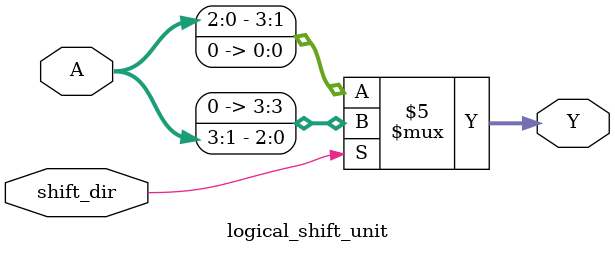
<source format=v>
`timescale 1ns / 1ps


module logical_shift_unit (
    input [3:0] A,    // 4-bit input
    input shift_dir,  // Shift direction: 0 for left, 1 for right
    output reg [3:0] Y // 4-bit shifted output
);
    always @(*) begin
        if (shift_dir)
            Y = A >> 1; // Logical Right Shift
        else
            Y = A << 1; // Logical Left Shift
    end
endmodule

</source>
